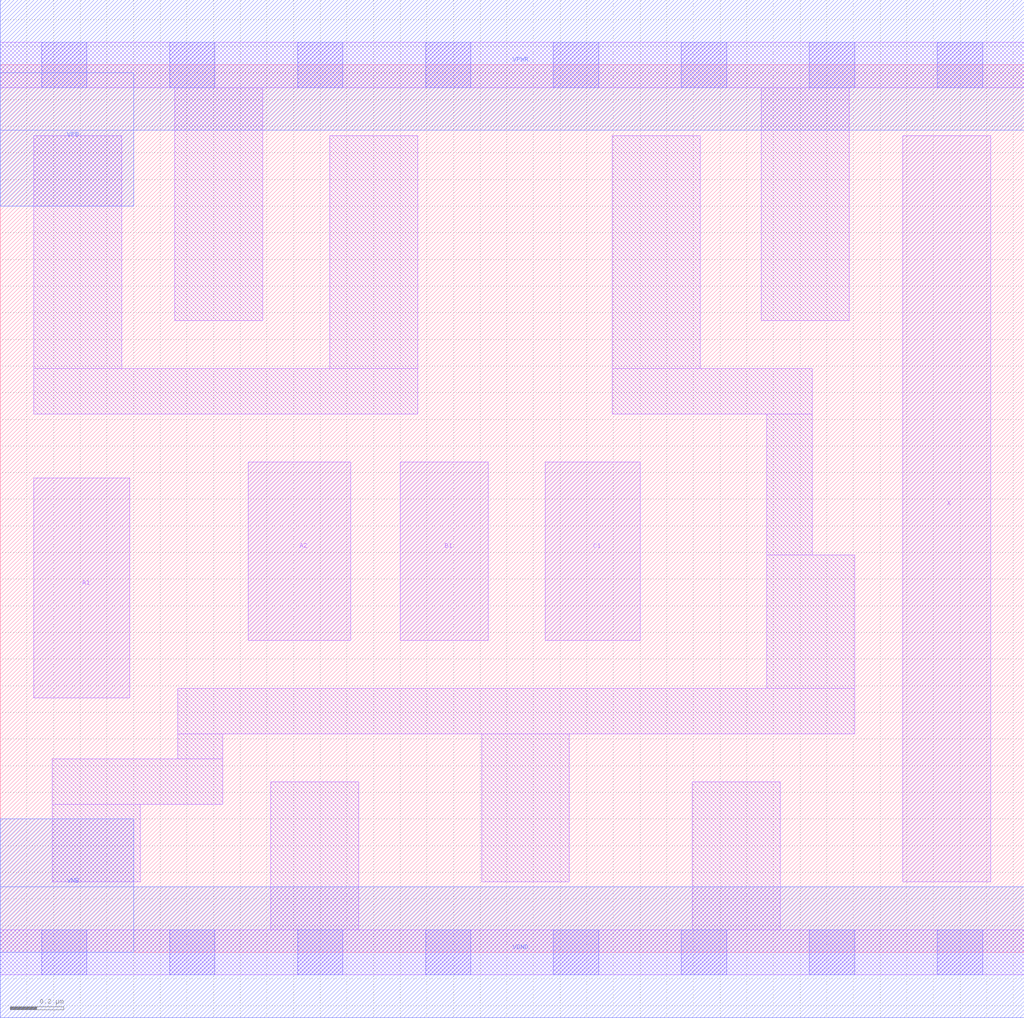
<source format=lef>
# Copyright 2020 The SkyWater PDK Authors
#
# Licensed under the Apache License, Version 2.0 (the "License");
# you may not use this file except in compliance with the License.
# You may obtain a copy of the License at
#
#     https://www.apache.org/licenses/LICENSE-2.0
#
# Unless required by applicable law or agreed to in writing, software
# distributed under the License is distributed on an "AS IS" BASIS,
# WITHOUT WARRANTIES OR CONDITIONS OF ANY KIND, either express or implied.
# See the License for the specific language governing permissions and
# limitations under the License.
#
# SPDX-License-Identifier: Apache-2.0

VERSION 5.5 ;
NAMESCASESENSITIVE ON ;
BUSBITCHARS "[]" ;
DIVIDERCHAR "/" ;
MACRO sky130_fd_sc_lp__a211o_lp
  CLASS CORE ;
  SOURCE USER ;
  ORIGIN  0.000000  0.000000 ;
  SIZE  3.840000 BY  3.330000 ;
  SYMMETRY X Y R90 ;
  SITE unit ;
  PIN A1
    ANTENNAGATEAREA  0.313000 ;
    DIRECTION INPUT ;
    USE SIGNAL ;
    PORT
      LAYER li1 ;
        RECT 0.125000 0.955000 0.485000 1.780000 ;
    END
  END A1
  PIN A2
    ANTENNAGATEAREA  0.313000 ;
    DIRECTION INPUT ;
    USE SIGNAL ;
    PORT
      LAYER li1 ;
        RECT 0.930000 1.170000 1.315000 1.840000 ;
    END
  END A2
  PIN B1
    ANTENNAGATEAREA  0.376000 ;
    DIRECTION INPUT ;
    USE SIGNAL ;
    PORT
      LAYER li1 ;
        RECT 1.500000 1.170000 1.830000 1.840000 ;
    END
  END B1
  PIN C1
    ANTENNAGATEAREA  0.376000 ;
    DIRECTION INPUT ;
    USE SIGNAL ;
    PORT
      LAYER li1 ;
        RECT 2.045000 1.170000 2.400000 1.840000 ;
    END
  END C1
  PIN X
    ANTENNADIFFAREA  0.404700 ;
    DIRECTION OUTPUT ;
    USE SIGNAL ;
    PORT
      LAYER li1 ;
        RECT 3.385000 0.265000 3.715000 3.065000 ;
    END
  END X
  PIN VGND
    DIRECTION INOUT ;
    USE GROUND ;
    PORT
      LAYER met1 ;
        RECT 0.000000 -0.245000 3.840000 0.245000 ;
    END
  END VGND
  PIN VNB
    DIRECTION INOUT ;
    USE GROUND ;
    PORT
    END
  END VNB
  PIN VPB
    DIRECTION INOUT ;
    USE POWER ;
    PORT
    END
  END VPB
  PIN VNB
    DIRECTION INOUT ;
    USE GROUND ;
    PORT
      LAYER met1 ;
        RECT 0.000000 0.000000 0.500000 0.500000 ;
    END
  END VNB
  PIN VPB
    DIRECTION INOUT ;
    USE POWER ;
    PORT
      LAYER met1 ;
        RECT 0.000000 2.800000 0.500000 3.300000 ;
    END
  END VPB
  PIN VPWR
    DIRECTION INOUT ;
    USE POWER ;
    PORT
      LAYER met1 ;
        RECT 0.000000 3.085000 3.840000 3.575000 ;
    END
  END VPWR
  OBS
    LAYER li1 ;
      RECT 0.000000 -0.085000 3.840000 0.085000 ;
      RECT 0.000000  3.245000 3.840000 3.415000 ;
      RECT 0.125000  2.020000 1.565000 2.190000 ;
      RECT 0.125000  2.190000 0.455000 3.065000 ;
      RECT 0.195000  0.265000 0.525000 0.555000 ;
      RECT 0.195000  0.555000 0.835000 0.725000 ;
      RECT 0.655000  2.370000 0.985000 3.245000 ;
      RECT 0.665000  0.725000 0.835000 0.820000 ;
      RECT 0.665000  0.820000 3.205000 0.990000 ;
      RECT 1.015000  0.085000 1.345000 0.640000 ;
      RECT 1.235000  2.190000 1.565000 3.065000 ;
      RECT 1.805000  0.265000 2.135000 0.820000 ;
      RECT 2.295000  2.020000 3.045000 2.190000 ;
      RECT 2.295000  2.190000 2.625000 3.065000 ;
      RECT 2.595000  0.085000 2.925000 0.640000 ;
      RECT 2.855000  2.370000 3.185000 3.245000 ;
      RECT 2.875000  0.990000 3.205000 1.490000 ;
      RECT 2.875000  1.490000 3.045000 2.020000 ;
    LAYER mcon ;
      RECT 0.155000 -0.085000 0.325000 0.085000 ;
      RECT 0.155000  3.245000 0.325000 3.415000 ;
      RECT 0.635000 -0.085000 0.805000 0.085000 ;
      RECT 0.635000  3.245000 0.805000 3.415000 ;
      RECT 1.115000 -0.085000 1.285000 0.085000 ;
      RECT 1.115000  3.245000 1.285000 3.415000 ;
      RECT 1.595000 -0.085000 1.765000 0.085000 ;
      RECT 1.595000  3.245000 1.765000 3.415000 ;
      RECT 2.075000 -0.085000 2.245000 0.085000 ;
      RECT 2.075000  3.245000 2.245000 3.415000 ;
      RECT 2.555000 -0.085000 2.725000 0.085000 ;
      RECT 2.555000  3.245000 2.725000 3.415000 ;
      RECT 3.035000 -0.085000 3.205000 0.085000 ;
      RECT 3.035000  3.245000 3.205000 3.415000 ;
      RECT 3.515000 -0.085000 3.685000 0.085000 ;
      RECT 3.515000  3.245000 3.685000 3.415000 ;
  END
END sky130_fd_sc_lp__a211o_lp
END LIBRARY

</source>
